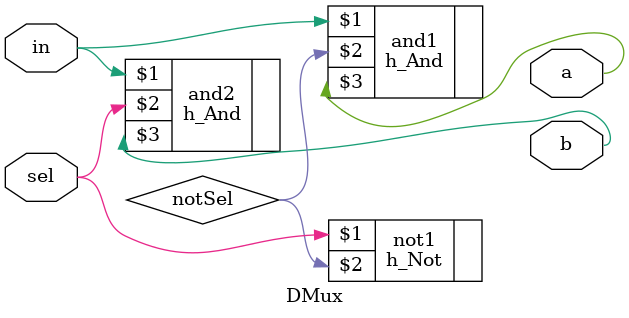
<source format=v>
module DMux (
    input in, sel,
    output reg a, b
);

    wire notSel;

    h_Not not1(sel, notSel);
    h_And and1(in, notSel, a);
    h_And and2(in, sel, b);

endmodule

</source>
